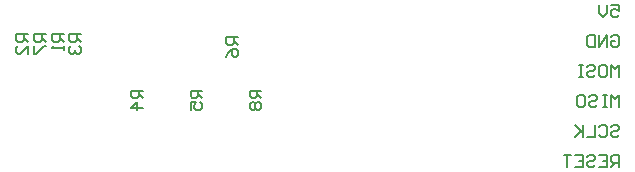
<source format=gbo>
G04 Layer_Color=13813960*
%FSLAX25Y25*%
%MOIN*%
G70*
G01*
G75*
%ADD27C,0.00787*%
D27*
X393701Y203937D02*
Y207873D01*
X391733D01*
X391077Y207217D01*
Y205905D01*
X391733Y205249D01*
X393701D01*
X392389D02*
X391077Y203937D01*
X387141Y207873D02*
X389765D01*
Y203937D01*
X387141D01*
X389765Y205905D02*
X388453D01*
X383206Y207217D02*
X383861Y207873D01*
X385173D01*
X385829Y207217D01*
Y206561D01*
X385173Y205905D01*
X383861D01*
X383206Y205249D01*
Y204593D01*
X383861Y203937D01*
X385173D01*
X385829Y204593D01*
X379270Y207873D02*
X381894D01*
Y203937D01*
X379270D01*
X381894Y205905D02*
X380582D01*
X377958Y207873D02*
X375334D01*
X376646D01*
Y203937D01*
X391077Y217256D02*
X391733Y217912D01*
X393045D01*
X393701Y217256D01*
Y216600D01*
X393045Y215944D01*
X391733D01*
X391077Y215288D01*
Y214632D01*
X391733Y213976D01*
X393045D01*
X393701Y214632D01*
X387141Y217256D02*
X387797Y217912D01*
X389109D01*
X389765Y217256D01*
Y214632D01*
X389109Y213976D01*
X387797D01*
X387141Y214632D01*
X385829Y217912D02*
Y213976D01*
X383206D01*
X381894Y217912D02*
Y213976D01*
Y215288D01*
X379270Y217912D01*
X381238Y215944D01*
X379270Y213976D01*
X393701Y223917D02*
Y227853D01*
X392389Y226541D01*
X391077Y227853D01*
Y223917D01*
X389765Y227853D02*
X388453D01*
X389109D01*
Y223917D01*
X389765D01*
X388453D01*
X383861Y227197D02*
X384517Y227853D01*
X385829D01*
X386485Y227197D01*
Y226541D01*
X385829Y225885D01*
X384517D01*
X383861Y225229D01*
Y224573D01*
X384517Y223917D01*
X385829D01*
X386485Y224573D01*
X380582Y227853D02*
X381894D01*
X382550Y227197D01*
Y224573D01*
X381894Y223917D01*
X380582D01*
X379926Y224573D01*
Y227197D01*
X380582Y227853D01*
X393701Y233760D02*
Y237696D01*
X392389Y236384D01*
X391077Y237696D01*
Y233760D01*
X387797Y237696D02*
X389109D01*
X389765Y237040D01*
Y234416D01*
X389109Y233760D01*
X387797D01*
X387141Y234416D01*
Y237040D01*
X387797Y237696D01*
X383206Y237040D02*
X383861Y237696D01*
X385173D01*
X385829Y237040D01*
Y236384D01*
X385173Y235728D01*
X383861D01*
X383206Y235072D01*
Y234416D01*
X383861Y233760D01*
X385173D01*
X385829Y234416D01*
X381894Y237696D02*
X380582D01*
X381238D01*
Y233760D01*
X381894D01*
X380582D01*
X391077Y247079D02*
X391733Y247735D01*
X393045D01*
X393701Y247079D01*
Y244455D01*
X393045Y243799D01*
X391733D01*
X391077Y244455D01*
Y245767D01*
X392389D01*
X389765Y243799D02*
Y247735D01*
X387141Y243799D01*
Y247735D01*
X385829D02*
Y243799D01*
X383861D01*
X383206Y244455D01*
Y247079D01*
X383861Y247735D01*
X385829D01*
X391077Y257774D02*
X393701D01*
Y255806D01*
X392389Y256462D01*
X391733D01*
X391077Y255806D01*
Y254495D01*
X391733Y253839D01*
X393045D01*
X393701Y254495D01*
X389765Y257774D02*
Y255151D01*
X388453Y253839D01*
X387141Y255151D01*
Y257774D01*
X214567Y248031D02*
X210631D01*
Y246064D01*
X211287Y245408D01*
X212599D01*
X213255Y246064D01*
Y248031D01*
Y246720D02*
X214567Y245408D01*
X211287Y244096D02*
X210631Y243440D01*
Y242128D01*
X211287Y241472D01*
X211943D01*
X212599Y242128D01*
Y242784D01*
Y242128D01*
X213255Y241472D01*
X213911D01*
X214567Y242128D01*
Y243440D01*
X213911Y244096D01*
X208661Y248031D02*
X204726D01*
Y246064D01*
X205382Y245408D01*
X206694D01*
X207349Y246064D01*
Y248031D01*
Y246720D02*
X208661Y245408D01*
Y244096D02*
Y242784D01*
Y243440D01*
X204726D01*
X205382Y244096D01*
X196850Y248031D02*
X192915D01*
Y246064D01*
X193571Y245408D01*
X194883D01*
X195538Y246064D01*
Y248031D01*
Y246720D02*
X196850Y245408D01*
Y241472D02*
Y244096D01*
X194227Y241472D01*
X193571D01*
X192915Y242128D01*
Y243440D01*
X193571Y244096D01*
X266732Y247047D02*
X262796D01*
Y245079D01*
X263453Y244423D01*
X264764D01*
X265420Y245079D01*
Y247047D01*
Y245735D02*
X266732Y244423D01*
X262796Y240488D02*
X263453Y241800D01*
X264764Y243111D01*
X266076D01*
X266732Y242456D01*
Y241144D01*
X266076Y240488D01*
X265420D01*
X264764Y241144D01*
Y243111D01*
X274606Y229331D02*
X270671D01*
Y227363D01*
X271326Y226707D01*
X272638D01*
X273294Y227363D01*
Y229331D01*
Y228019D02*
X274606Y226707D01*
X271326Y225395D02*
X270671Y224739D01*
Y223427D01*
X271326Y222771D01*
X271983D01*
X272638Y223427D01*
X273294Y222771D01*
X273950D01*
X274606Y223427D01*
Y224739D01*
X273950Y225395D01*
X273294D01*
X272638Y224739D01*
X271983Y225395D01*
X271326D01*
X272638Y224739D02*
Y223427D01*
X254921Y229331D02*
X250986D01*
Y227363D01*
X251642Y226707D01*
X252953D01*
X253609Y227363D01*
Y229331D01*
Y228019D02*
X254921Y226707D01*
X250986Y222771D02*
Y225395D01*
X252953D01*
X252297Y224083D01*
Y223427D01*
X252953Y222771D01*
X254265D01*
X254921Y223427D01*
Y224739D01*
X254265Y225395D01*
X202756Y248031D02*
X198820D01*
Y246064D01*
X199476Y245408D01*
X200788D01*
X201444Y246064D01*
Y248031D01*
Y246720D02*
X202756Y245408D01*
X198820Y244096D02*
Y241472D01*
X199476D01*
X202100Y244096D01*
X202756D01*
X235236Y229331D02*
X231300D01*
Y227363D01*
X231956Y226707D01*
X233268D01*
X233924Y227363D01*
Y229331D01*
Y228019D02*
X235236Y226707D01*
Y223427D02*
X231300D01*
X233268Y225395D01*
Y222771D01*
M02*

</source>
